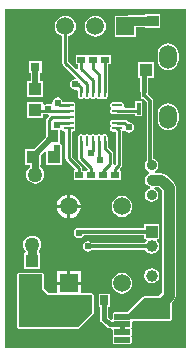
<source format=gtl>
%FSDAX25Y25*%
%MOIN*%
%SFA1B1*%

%IPPOS*%
%AMD20*
4,1,8,-0.026600,0.006900,-0.026600,-0.006900,-0.024600,-0.008900,0.024600,-0.008900,0.026600,-0.006900,0.026600,0.006900,0.024600,0.008900,-0.024600,0.008900,-0.026600,0.006900,0.0*
1,1,0.003900,-0.024600,0.006900*
1,1,0.003900,-0.024600,-0.006900*
1,1,0.003900,0.024600,-0.006900*
1,1,0.003900,0.024600,0.006900*
%
%ADD10R,0.043310X0.043310*%
%ADD11R,0.025590X0.021650*%
%ADD12R,0.106300X0.106300*%
%ADD13O,0.035430X0.009840*%
%ADD14O,0.009840X0.035430*%
%ADD15R,0.015750X0.041340*%
%ADD16R,0.043310X0.043310*%
%ADD17R,0.039370X0.035430*%
%ADD18R,0.035430X0.039370*%
%ADD19R,0.031500X0.031500*%
G04~CAMADD=20~8~0.0~0.0~177.2~531.5~19.5~0.0~15~0.0~0.0~0.0~0.0~0~0.0~0.0~0.0~0.0~0~0.0~0.0~0.0~90.0~532.0~178.0*
%ADD20D20*%
%ADD21R,0.027560X0.035430*%
%ADD22R,0.066930X0.037400*%
%ADD23C,0.010000*%
%ADD24C,0.035000*%
%ADD25C,0.012000*%
%ADD26C,0.016000*%
%ADD27C,0.030000*%
%ADD28C,0.020000*%
%ADD29C,0.017000*%
%ADD30C,0.024000*%
%ADD31C,0.035430*%
%ADD32C,0.059050*%
%ADD33R,0.059050X0.059050*%
%ADD34O,0.059050X0.078740*%
%ADD35R,0.059050X0.059050*%
%ADD36C,0.039370*%
%ADD37R,0.039370X0.039370*%
%ADD38C,0.024000*%
%ADD39C,0.048000*%
%ADD40C,0.050000*%
%LNptw_ecu_original-1*%
%LPD*%
G36*
X0176788Y0111204D02*
X0116204D01*
Y0224150*
X0176788*
Y0111204*
G37*
%LNptw_ecu_original-2*%
%LPC*%
G36*
X0125433Y0148459D02*
X0124650Y0148356D01*
X0123920Y0148054*
X0123293Y0147573*
X0122813Y0146946*
X0122510Y0146216*
X0122407Y0145433*
X0122510Y0144650*
X0122813Y0143920*
X0123282Y0143309*
X0123272Y0143236*
X0123070Y0142709*
X0122835*
Y0137378*
X0128165*
Y0142709*
X0127668*
X0127584Y0143309*
X0128054Y0143920*
X0128356Y0144650*
X0128459Y0145433*
X0128356Y0146216*
X0128054Y0146946*
X0127573Y0147573*
X0126946Y0148054*
X0126216Y0148356*
X0125433Y0148459*
G37*
G36*
X0141590Y0136591D02*
X0138138D01*
Y0133138*
X0141590*
Y0136591*
G37*
G36*
X0167665Y0152331D02*
X0162728D01*
Y0150984*
X0141586*
X0140984Y0151103*
X0140321Y0150971*
X0139759Y0150596*
X0139383Y0150033*
X0139251Y0149370*
X0139383Y0148707*
X0139759Y0148144*
X0140321Y0147769*
X0140984Y0147637*
X0141648Y0147769*
X0142210Y0148144*
X0142586Y0148707*
X0142592Y0148741*
X0162728*
Y0147394*
X0163345*
X0163526Y0146794*
X0163417Y0146721*
X0162977Y0146063*
X0145232*
X0145163Y0146167*
X0144600Y0146542*
X0143937Y0146674*
X0143274Y0146542*
X0142711Y0146167*
X0142336Y0145604*
X0142204Y0144941*
X0142336Y0144278*
X0142711Y0143715*
X0143274Y0143340*
X0143937Y0143208*
X0144600Y0143340*
X0145163Y0143715*
X0145232Y0143819*
X0162977*
X0163417Y0143161*
X0164234Y0142616*
X0165197Y0142424*
X0166160Y0142616*
X0166976Y0143161*
X0167522Y0143978*
X0167714Y0144941*
X0167522Y0145904*
X0166976Y0146721*
X0166867Y0146794*
X0167049Y0147394*
X0167665*
Y0152331*
G37*
G36*
X0141559Y0157728D02*
X0138138D01*
Y0154307*
X0138670Y0154377*
X0139631Y0154776*
X0140457Y0155409*
X0141091Y0156235*
X0141489Y0157196*
X0141559Y0157728*
G37*
G36*
X0137138D02*
X0133717D01*
X0133787Y0157196*
X0134185Y0156235*
X0134819Y0155409*
X0135644Y0154776*
X0136606Y0154377*
X0137138Y0154307*
Y0157728*
G37*
G36*
X0165894Y0206366D02*
X0160563D01*
Y0201035*
X0161509*
Y0196713*
X0161547Y0196521*
Y0194146*
X0162437*
X0163534Y0193049*
Y0173608*
X0163057Y0172894*
X0162881Y0172008*
X0163057Y0171122*
X0163559Y0170370*
X0164311Y0169868*
X0164385Y0169853*
Y0169241*
X0164311Y0169226*
X0163559Y0168724*
X0163057Y0167973*
X0162881Y0167087*
X0163057Y0166200*
X0163559Y0165449*
X0164311Y0164947*
X0164633Y0164883*
Y0164271*
X0164311Y0164207*
X0163559Y0163705*
X0163057Y0162953*
X0162881Y0162067*
X0163057Y0161181*
X0163559Y0160429*
X0164311Y0159927*
X0165197Y0159751*
X0166083Y0159927*
X0166835Y0160429*
X0167337Y0161181*
X0167513Y0162067*
X0167337Y0162953*
X0166835Y0163705*
X0166104Y0164192*
X0166095Y0164238*
X0166212Y0164793*
X0167495*
X0168611Y0163676*
Y0129454*
X0167415Y0128258*
X0162638*
X0162255Y0128099*
X0157099Y0122943*
X0152795*
X0152413Y0122784*
X0152254Y0122402*
Y0120663*
X0152127Y0120583*
X0151700Y0120424*
X0150825Y0121299*
Y0124657*
X0151327*
Y0129201*
X0147571*
Y0124657*
X0148072*
Y0120728*
X0148177Y0120202*
X0148476Y0119755*
X0150247Y0117983*
X0150694Y0117685*
X0151221Y0117580*
X0151816*
X0152282Y0117089*
Y0115707*
X0152336Y0115436*
X0152456Y0115118*
X0152336Y0114801*
X0152282Y0114530*
Y0113148*
X0152336Y0112876*
X0152489Y0112647*
X0152719Y0112493*
X0152990Y0112439*
X0157915*
X0158186Y0112493*
X0158416Y0112647*
X0158570Y0112876*
X0158624Y0113148*
Y0114530*
X0158570Y0114801*
X0158450Y0115118*
X0158570Y0115436*
X0158624Y0115707*
Y0117089*
X0158570Y0117360*
X0158450Y0117677*
X0158570Y0117995*
X0158624Y0118266*
Y0119648*
X0159123Y0120089*
X0171496*
X0171879Y0120247*
X0172037Y0120630*
Y0126391*
X0172528Y0126882*
X0173025Y0127626*
X0173200Y0128504*
Y0164626*
X0173025Y0165504*
X0172528Y0166248*
X0170067Y0168709*
X0169323Y0169206*
X0168445Y0169381*
X0166434*
X0166252Y0169981*
X0166835Y0170370*
X0167337Y0171122*
X0167513Y0172008*
X0167337Y0172894*
X0166835Y0173646*
X0166083Y0174148*
X0165777Y0174209*
Y0193514*
X0165692Y0193943*
X0165449Y0194307*
X0165448*
X0164122Y0195633*
Y0196521*
X0164160Y0196713*
Y0201035*
X0165894*
Y0206366*
G37*
G36*
X0128779Y0136132D02*
X0121004D01*
X0120621Y0135973*
X0120463Y0135591*
Y0118071*
X0120621Y0117688*
X0121004Y0117530*
X0140689*
X0141072Y0117688*
X0145698Y0122314*
X0145856Y0122697*
Y0128618*
Y0128701*
X0145815Y0129201*
X0145615*
X0145315Y0129242*
X0145060*
X0141590*
Y0132138*
X0137638*
X0133685*
Y0129242*
X0130874*
X0129321Y0130795*
Y0135591*
X0129162Y0135973*
X0128779Y0136132*
G37*
G36*
X0155354Y0136120D02*
X0154453Y0136002D01*
X0153613Y0135654*
X0152892Y0135100*
X0152338Y0134379*
X0151990Y0133539*
X0151872Y0132638*
X0151990Y0131736*
X0152338Y0130896*
X0152892Y0130175*
X0153613Y0129622*
X0154453Y0129274*
X0155354Y0129155*
X0156256Y0129274*
X0157096Y0129622*
X0157817Y0130175*
X0158370Y0130896*
X0158718Y0131736*
X0158837Y0132638*
X0158718Y0133539*
X0158370Y0134379*
X0157817Y0135100*
X0157096Y0135654*
X0156256Y0136002*
X0155354Y0136120*
G37*
G36*
X0137138Y0136591D02*
X0133685D01*
Y0133138*
X0137138*
Y0136591*
G37*
G36*
X0165197Y0137615D02*
X0164234Y0137424D01*
X0163417Y0136878*
X0162872Y0136062*
X0162680Y0135098*
X0162872Y0134135*
X0163417Y0133319*
X0164234Y0132773*
X0165197Y0132582*
X0166160Y0132773*
X0166976Y0133319*
X0167522Y0134135*
X0167714Y0135098*
X0167522Y0136062*
X0166976Y0136878*
X0166160Y0137424*
X0165197Y0137615*
G37*
G36*
X0136496Y0221750D02*
X0135595Y0221632D01*
X0134755Y0221284*
X0134034Y0220730*
X0133480Y0220009*
X0133132Y0219169*
X0133013Y0218268*
X0133132Y0217366*
X0133480Y0216527*
X0134034Y0215805*
X0134755Y0215252*
X0135477Y0214953*
Y0206122*
X0135554Y0205732*
X0135775Y0205401*
X0140015Y0201161*
X0139719Y0200608*
X0139705Y0200611*
X0139041Y0200479*
X0138479Y0200104*
X0138103Y0199541*
X0137971Y0198878*
X0138103Y0198215*
X0138479Y0197652*
X0139041Y0197277*
X0139705Y0197145*
X0140054Y0197214*
X0140624Y0196821*
X0140654Y0196768*
Y0196221*
X0140662Y0196180*
Y0194941*
X0140739Y0194554*
X0140958Y0194226*
X0141286Y0194006*
X0141673Y0193929*
X0142060Y0194006*
X0142388Y0194226*
X0142927*
X0143255Y0194006*
X0143642Y0193929*
X0144029Y0194006*
X0144357Y0194226*
X0144895*
X0145223Y0194006*
X0145610Y0193929*
X0145997Y0194006*
X0146326Y0194226*
X0146863*
X0147192Y0194006*
X0147579Y0193929*
X0147966Y0194006*
X0148294Y0194226*
X0148832*
X0149160Y0194006*
X0149547Y0193929*
X0149934Y0194006*
X0150262Y0194226*
X0150482Y0194554*
X0150559Y0194941*
Y0196180*
X0150567Y0196221*
Y0205563*
X0151524*
Y0208728*
X0147965*
X0147488*
X0143929*
X0143453*
X0139894*
Y0205563*
X0140654*
Y0204255*
X0140509Y0204137*
X0140085Y0203975*
X0137516Y0206544*
Y0214953*
X0138237Y0215252*
X0138959Y0215805*
X0139512Y0216527*
X0139860Y0217366*
X0139979Y0218268*
X0139860Y0219169*
X0139512Y0220009*
X0138959Y0220730*
X0138237Y0221284*
X0137397Y0221632*
X0136496Y0221750*
G37*
G36*
X0128591Y0206858D02*
X0124441D01*
Y0202709*
X0124986*
Y0200067*
X0123850*
Y0194736*
X0129181*
Y0200067*
X0128045*
Y0202709*
X0128591*
Y0206858*
G37*
G36*
X0170709Y0212656D02*
X0169807Y0212537D01*
X0168967Y0212189*
X0168246Y0211636*
X0167693Y0210914*
X0167345Y0210075*
X0167226Y0209173*
Y0207205*
X0167345Y0206303*
X0167693Y0205464*
X0168246Y0204742*
X0168967Y0204189*
X0169807Y0203841*
X0170709Y0203722*
X0171610Y0203841*
X0172450Y0204189*
X0173171Y0204742*
X0173725Y0205464*
X0174073Y0206303*
X0174191Y0207205*
Y0209173*
X0174073Y0210075*
X0173725Y0210914*
X0173171Y0211636*
X0172450Y0212189*
X0171610Y0212537*
X0170709Y0212656*
G37*
G36*
X0168059Y0222410D02*
X0163122D01*
Y0222177*
X0158366*
X0157586Y0222022*
X0157135Y0221721*
X0153043*
Y0214815*
X0159949*
Y0218099*
X0163122*
Y0217866*
X0168059*
Y0222410*
G37*
G36*
X0146496Y0221750D02*
X0145595Y0221632D01*
X0144755Y0221284*
X0144034Y0220730*
X0143480Y0220009*
X0143132Y0219169*
X0143014Y0218268*
X0143132Y0217366*
X0143480Y0216527*
X0144034Y0215805*
X0144755Y0215252*
X0145595Y0214904*
X0146496Y0214785*
X0147397Y0214904*
X0148237Y0215252*
X0148959Y0215805*
X0149512Y0216527*
X0149860Y0217366*
X0149979Y0218268*
X0149860Y0219169*
X0149512Y0220009*
X0148959Y0220730*
X0148237Y0221284*
X0147397Y0221632*
X0146496Y0221750*
G37*
G36*
X0133898Y0194607D02*
X0133234Y0194475D01*
X0132672Y0194100*
X0132296Y0193537*
X0132164Y0192874*
X0132206Y0192665*
X0131666Y0192304*
X0131510Y0192408*
X0130847Y0192540*
X0130183Y0192408*
X0129781Y0192140*
X0129253Y0192344*
X0129181Y0192406*
Y0192980*
X0123850*
Y0190453*
X0123823Y0190315*
X0123850Y0190177*
Y0187650*
X0129181*
Y0189099*
X0130722*
X0130774Y0189088*
X0130923Y0188840*
X0131033Y0188503*
Y0188498*
X0130322Y0187788*
X0130101Y0187457*
X0130024Y0187067*
Y0182933*
X0130101Y0182543*
X0130150Y0182471*
Y0181446*
X0126034Y0177331*
X0123063*
Y0172000*
X0124684*
Y0171310*
X0124278Y0170998*
X0123797Y0170371*
X0123495Y0169641*
X0123391Y0168858*
X0123495Y0168075*
X0123797Y0167345*
X0124278Y0166719*
X0124904Y0166238*
X0125634Y0165936*
X0126417Y0165832*
X0127200Y0165936*
X0127930Y0166238*
X0128557Y0166719*
X0129038Y0167345*
X0129340Y0168075*
X0129443Y0168858*
X0129340Y0169641*
X0129038Y0170371*
X0128557Y0170998*
X0128151Y0171310*
Y0172000*
X0128394*
Y0175365*
X0129595Y0176566*
X0130150Y0176337*
Y0172000*
X0135480*
Y0177331*
X0135434Y0177717*
X0135398Y0177896*
Y0177897*
X0135394Y0177917*
X0135302Y0178380*
X0134926Y0178942*
X0134854Y0178991*
X0134693Y0179185*
Y0183541*
X0134807Y0183603*
X0135325Y0183826*
X0135545Y0183497*
X0135873Y0183278*
X0136260Y0183201*
X0136520*
Y0174370*
X0136597Y0173980*
X0136818Y0173649*
X0139722Y0170746*
X0139473Y0170146*
X0139205*
Y0166980*
X0142640*
X0142764*
X0143240*
X0143364*
X0146799*
X0147276*
X0150711*
X0150835*
X0151311*
X0151435*
X0154870*
Y0170146*
X0154798*
X0154550Y0170746*
X0155091Y0171287*
X0155312Y0171618*
X0155390Y0172008*
Y0183306*
X0155676Y0183497*
X0155684Y0183509*
X0156399Y0183518*
X0156491Y0183381*
X0157053Y0183005*
X0157717Y0182873*
X0158380Y0183005*
X0158942Y0183381*
X0159318Y0183943*
X0159450Y0184606*
X0159318Y0185270*
X0158942Y0185832*
X0158380Y0186208*
X0157717Y0186340*
X0157474Y0186291*
X0156863Y0186902*
X0156532Y0187123*
X0156142Y0187201*
X0153681*
X0153641Y0187193*
X0152402*
X0152015Y0187116*
X0151686Y0186896*
X0151467Y0186568*
X0151390Y0186181*
X0151467Y0185794*
X0151686Y0185466*
Y0184928*
X0151467Y0184600*
X0151390Y0184213*
X0151467Y0183826*
X0151686Y0183497*
X0152015Y0183278*
X0152402Y0183201*
X0153251*
X0153350Y0183101*
Y0172430*
X0152956Y0172036*
X0152403Y0172332*
X0152437Y0172500*
Y0175847*
X0152359Y0176237*
X0152138Y0176567*
X0150567Y0178139*
Y0180079*
X0150559Y0180119*
Y0181358*
X0150482Y0181745*
X0150262Y0182074*
X0149934Y0182293*
X0149547Y0182370*
X0149160Y0182293*
X0148832Y0182074*
X0148294*
X0147966Y0182293*
X0147579Y0182370*
X0147192Y0182293*
X0146863Y0182074*
X0146326*
X0145997Y0182293*
X0145610Y0182370*
X0145223Y0182293*
X0144895Y0182074*
X0144357*
X0144029Y0182293*
X0143642Y0182370*
X0143255Y0182293*
X0142926Y0182074*
X0142388*
X0142060Y0182293*
X0141673Y0182370*
X0141286Y0182293*
X0140958Y0182074*
X0140739Y0181745*
X0140662Y0181358*
Y0180119*
X0140654Y0180079*
Y0174370*
X0140731Y0173980*
X0140952Y0173649*
X0143856Y0170746*
X0143651Y0170146*
X0143240*
X0142764*
X0142640*
X0142004*
Y0170925*
X0141926Y0171315*
X0141705Y0171646*
X0138559Y0174792*
Y0183201*
X0138819*
X0139206Y0183278*
X0139534Y0183497*
X0139753Y0183826*
X0139831Y0184213*
X0139753Y0184600*
X0139534Y0184928*
Y0185466*
X0139753Y0185794*
X0139831Y0186181*
X0139753Y0186568*
X0139534Y0186896*
Y0187434*
X0139753Y0187762*
X0139831Y0188150*
X0139753Y0188537*
X0139534Y0188865*
Y0189403*
X0139753Y0189731*
X0139831Y0190118*
X0139753Y0190505*
X0139534Y0190833*
Y0191371*
X0139753Y0191700*
X0139831Y0192087*
X0139753Y0192474*
X0139534Y0192802*
X0139206Y0193021*
X0138819Y0193098*
X0137580*
X0137539Y0193106*
X0135585*
X0135499Y0193537*
X0135123Y0194100*
X0134561Y0194475*
X0133898Y0194607*
G37*
G36*
X0138138Y0162149D02*
Y0158728D01*
X0141559*
X0141489Y0159260*
X0141091Y0160222*
X0140457Y0161047*
X0139631Y0161681*
X0138670Y0162079*
X0138138Y0162149*
G37*
G36*
X0137138D02*
X0136606Y0162079D01*
X0135644Y0161681*
X0134819Y0161047*
X0134185Y0160222*
X0133787Y0159260*
X0133717Y0158728*
X0137138*
Y0162149*
G37*
G36*
X0155354Y0161711D02*
X0154453Y0161592D01*
X0153613Y0161244*
X0152892Y0160691*
X0152338Y0159970*
X0151990Y0159130*
X0151872Y0158228*
X0151990Y0157327*
X0152338Y0156487*
X0152892Y0155766*
X0153613Y0155212*
X0154453Y0154865*
X0155354Y0154746*
X0156256Y0154865*
X0157096Y0155212*
X0157817Y0155766*
X0158370Y0156487*
X0158718Y0157327*
X0158837Y0158228*
X0158718Y0159130*
X0158370Y0159970*
X0157817Y0160691*
X0157096Y0161244*
X0156256Y0161592*
X0155354Y0161711*
G37*
G36*
X0170709Y0192656D02*
X0169807Y0192537D01*
X0168967Y0192189*
X0168246Y0191636*
X0167693Y0190914*
X0167345Y0190075*
X0167226Y0189173*
Y0187205*
X0167345Y0186303*
X0167693Y0185463*
X0168246Y0184742*
X0168967Y0184189*
X0169807Y0183841*
X0170709Y0183722*
X0171610Y0183841*
X0172450Y0184189*
X0173171Y0184742*
X0173725Y0185463*
X0174073Y0186303*
X0174191Y0187205*
Y0189173*
X0174073Y0190075*
X0173725Y0190914*
X0173171Y0191636*
X0172450Y0192189*
X0171610Y0192537*
X0170709Y0192656*
G37*
G36*
X0162153Y0193374D02*
X0159579D01*
Y0191138*
X0156241*
X0155904Y0191686*
X0155903Y0191738*
X0155972Y0192087*
X0155895Y0192474*
X0155676Y0192802*
X0155348Y0193021*
X0154961Y0193098*
X0152402*
X0152015Y0193021*
X0151686Y0192802*
X0151467Y0192474*
X0151390Y0192087*
X0151467Y0191700*
X0151686Y0191371*
Y0190833*
X0151467Y0190505*
X0151390Y0190118*
X0151467Y0189731*
X0151686Y0189403*
X0152015Y0189184*
X0152402Y0189107*
X0153641*
X0153681Y0189099*
X0159579*
Y0188240*
X0162153*
Y0193374*
G37*
%LNptw_ecu_original-3*%
%LPD*%
G36*
X0171496Y0120630D02*
X0152795D01*
Y0122402*
X0157323*
X0162638Y0127717*
X0171496*
Y0120630*
G37*
G36*
X0128779Y0130571D02*
X0130650Y0128701D01*
X0145315*
Y0122697*
X0140689Y0118071*
X0121004*
Y0135591*
X0128779*
Y0130571*
G37*
G54D10*
X0126516Y0190315D03*
Y0197402D03*
X0125500Y0140043D03*
Y0132957D03*
G54D11*
X0145709Y0207146D03*
Y0210098D03*
X0149744Y0207146D03*
Y0210098D03*
X0141673Y0207146D03*
Y0210098D03*
X0149055Y0168563D03*
Y0165610D03*
X0145020Y0168563D03*
Y0165610D03*
X0140984Y0168563D03*
Y0165610D03*
X0153091Y0168563D03*
Y0165610D03*
G54D12*
X0145610Y0188150D03*
G54D13*
X0137539Y0184213D03*
Y0186181D03*
Y0188150D03*
Y0190118D03*
Y0192087D03*
X0153681D03*
Y0190118D03*
Y0188150D03*
Y0186181D03*
Y0184213D03*
G54D14*
X0141673Y0196221D03*
X0143642D03*
X0145610D03*
X0147579D03*
X0149547D03*
Y0180079D03*
X0147579D03*
X0145610D03*
X0143642D03*
X0141673D03*
G54D15*
X0160866Y0190807D03*
X0158898Y0196713D03*
X0162835D03*
G54D16*
X0163228Y0203701D03*
X0156142D03*
X0132815Y0174665D03*
X0125728D03*
G54D17*
X0165591Y0213839D03*
Y0220138D03*
G54D18*
X0126122Y0181653D03*
X0132421D03*
G54D19*
X0126516Y0211083D03*
Y0204784D03*
G54D20*
X0155453Y0121516D03*
X0137933D03*
Y0118957D03*
Y0116398D03*
Y0113839D03*
X0155453Y0118957D03*
Y0116398D03*
Y0113839D03*
G54D21*
X0143937Y0126929D03*
X0149449D03*
G54D22*
X0166870Y0114823D03*
Y0125847D03*
X0125433Y0125945D03*
Y0114921D03*
G54D23*
X0125039Y0190118D02*
X0137539D01*
X0160177D02*
X0160866Y0190807D01*
X0153681Y0190118D02*
X0160177D01*
X0156142Y0186181D02*
X0157717Y0184606D01*
X0153681Y0186181D02*
X0156142D01*
X0154370Y0172008D02*
Y0183524D01*
X0153091Y0170728D02*
X0154370Y0172008D01*
X0153091Y0168563D02*
Y0170728D01*
X0151417Y0172500D02*
Y0175847D01*
X0149547Y0177717D02*
X0151417Y0175847D01*
X0149547Y0177717D02*
Y0180079D01*
X0149055Y0168563D02*
Y0170138D01*
X0151417Y0172500*
X0140984Y0168563D02*
Y0170925D01*
X0137539Y0174370D02*
X0140984Y0170925D01*
X0141673Y0174370D02*
X0145020Y0171024D01*
Y0168563D02*
Y0171024D01*
X0141673Y0196221D02*
Y0197795D01*
X0140591Y0198878D02*
X0141673Y0197795D01*
X0139705Y0198878D02*
X0140591D01*
X0136496Y0206122D02*
X0143642Y0198976D01*
Y0196221D02*
Y0198976D01*
X0141673Y0204193D02*
Y0207146D01*
Y0204193D02*
X0145610Y0200256D01*
Y0196221D02*
Y0200256D01*
X0133898Y0192874D02*
X0134685Y0192087D01*
X0137539*
X0124843Y0190315D02*
X0125039Y0190118D01*
X0153681Y0184213D02*
X0154370Y0183524D01*
X0137539Y0174370D02*
Y0184213D01*
X0147579Y0174370D02*
X0148169Y0173779D01*
X0147579Y0174370D02*
Y0180079D01*
X0144921Y0176142D02*
X0145610Y0176831D01*
Y0180079*
X0141673Y0174370D02*
Y0180079D01*
X0132815Y0174665D02*
X0133701Y0175551D01*
Y0177717*
X0131043Y0182933D02*
X0132323Y0181653D01*
X0132421*
X0131043Y0182933D02*
Y0187067D01*
X0132126Y0188150*
X0137539*
X0133701Y0185492D02*
X0134390Y0186181D01*
X0137539*
X0136496Y0206122D02*
Y0218268D01*
X0145709Y0204193D02*
Y0207146D01*
Y0204193D02*
X0147579Y0202323D01*
Y0196221D02*
Y0202323D01*
X0149547Y0206949D02*
X0149744Y0207146D01*
X0149547Y0196221D02*
Y0206949D01*
G54D24*
X0168248Y0125847D02*
X0170905Y0128504D01*
X0166870Y0125847D02*
X0168248D01*
X0170905Y0128504D02*
Y0164626D01*
X0168445Y0167087D02*
X0170905Y0164626D01*
X0165197Y0167087D02*
X0168445D01*
G54D25*
X0164655Y0172549D02*
X0165197Y0172008D01*
X0164655Y0172549D02*
Y0193514D01*
X0162835Y0195335D02*
X0164655Y0193514D01*
X0162835Y0195335D02*
Y0196713D01*
X0140984Y0149370D02*
X0141476Y0149862D01*
X0165197*
X0143937Y0144941D02*
X0165197D01*
G54D26*
X0162835Y0203307D02*
X0163228Y0203701D01*
X0162835Y0196713D02*
Y0203307D01*
G54D27*
X0156496Y0218268D02*
X0158366Y0220138D01*
X0165591*
X0125433Y0145433D02*
X0125500Y0145366D01*
Y0140043D02*
Y0145366D01*
G54D28*
X0126516Y0204784D02*
Y0204783D01*
Y0197402D02*
Y0204783D01*
X0132421Y0181555D02*
Y0181653D01*
X0125728Y0174862D02*
X0132421Y0181555D01*
X0125728Y0174665D02*
Y0174862D01*
G54D29*
X0155453Y0116398D02*
Y0118957D01*
X0149449Y0120728D02*
Y0126929D01*
Y0120728D02*
X0151221Y0118957D01*
X0155453*
G54D30*
X0125728Y0174665D02*
X0126417Y0173976D01*
Y0168858D02*
Y0173976D01*
G54D31*
X0165197Y0167087D03*
Y0172008D03*
Y0162067D03*
G54D32*
X0155354Y0132638D03*
Y0158228D03*
X0137638D03*
X0136496Y0218268D03*
X0146496D03*
G54D33*
X0137638Y0132638D03*
G54D34*
X0170709Y0188189D03*
Y0208189D03*
Y0198189D03*
G54D35*
X0156496Y0218268D03*
G54D36*
X0165197Y0135098D03*
Y0140020D03*
Y0144941D03*
G54D37*
X0165197Y0149862D03*
G54D38*
X0121693Y0219252D03*
X0119331Y0144449D03*
X0163130Y0156457D03*
X0159390Y0140020D03*
X0155059Y0126732D03*
X0119035Y0133425D03*
X0125335Y0129291D03*
X0172972Y0218858D03*
X0156535Y0210000D03*
X0126811Y0212953D03*
X0127795Y0159902D03*
X0123858Y0185492D03*
X0132520Y0203504D03*
X0134488Y0167185D03*
X0146299Y0135591D03*
X0119134Y0114921D03*
X0132323Y0114823D03*
X0146595Y0115610D03*
X0161457Y0114724D03*
X0174055D03*
X0169134Y0178405D03*
X0159390Y0174665D03*
X0149547Y0153898D03*
X0132028Y0141693D03*
X0140984Y0149370D03*
X0143937Y0144941D03*
X0130847Y0190807D03*
X0139705Y0198878D03*
X0133898Y0192874D03*
X0157717Y0184606D03*
X0148169Y0173779D03*
X0144921Y0176142D03*
X0133701Y0177717D03*
Y0185492D03*
G54D39*
X0145610Y0188150D03*
G54D40*
X0126417Y0168858D03*
X0125433Y0145433D03*
M02*
</source>
